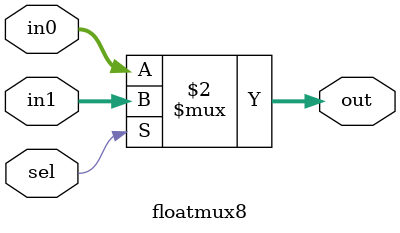
<source format=v>
`timescale 1ns / 1ps


module floatmux24(
input [23:0] in0, in1,
input sel,
output reg [23:0] out
    );
    
always
    begin
        out = (sel) ? in1 : in0;
    end    
endmodule

module floatmux8(
input [7:0] in0, in1,
input sel,
output reg [7:0] out
    );
    
always
    begin
        out <= (sel) ? in1 : in0;
    end    
endmodule

</source>
